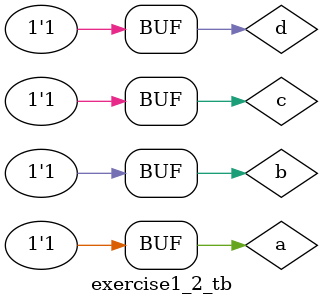
<source format=v>
`timescale 1ns/1ns
`include "exercise1_2.v"

module exercise1_2_tb();
    reg a, b, c, d;
    wire f;

    exercise1_2 ex1(a, b, c, d, f);
    initial begin
        $dumpfile("exercise1_2_tb.vcd");
        $dumpvars(0, exercise1_2_tb);

        a = 1'b0; b=1'b0; c=1'b0; d=1'b0;
        #20;
        a = 1'b0; b=1'b0; c=1'b0; d=1'b1;
        #20;
        a = 1'b0; b=1'b0; c=1'b1; d=1'b0;
        #20;
        a = 1'b0; b=1'b0; c=1'b1; d=1'b1;
        #20;
        a = 1'b0; b=1'b1; c=1'b0; d=1'b0;
        #20;
        a = 1'b0; b=1'b1; c=1'b0; d=1'b1;
        #20;
        a = 1'b0; b=1'b1; c=1'b1; d=1'b0;
        #20;
        a = 1'b0; b=1'b1; c=1'b1; d=1'b1;
        #20;
        a = 1'b1; b=1'b0; c=1'b0; d=1'b0;
        #20;
        a = 1'b1; b=1'b0; c=1'b0; d=1'b1;
        #20;
        a = 1'b1; b=1'b0; c=1'b1; d=1'b0;
        #20;
        a = 1'b1; b=1'b0; c=1'b1; d=1'b1;
        #20;
        a = 1'b1; b=1'b1; c=1'b0; d=1'b0;
        #20;
        a = 1'b1; b=1'b1; c=1'b0; d=1'b1;
        #20;
        a = 1'b1; b=1'b1; c=1'b1; d=1'b0;
        #20;
        a = 1'b1; b=1'b1; c=1'b1; d=1'b1;
        #20;

        $display("Test complete");
    end
endmodule
</source>
